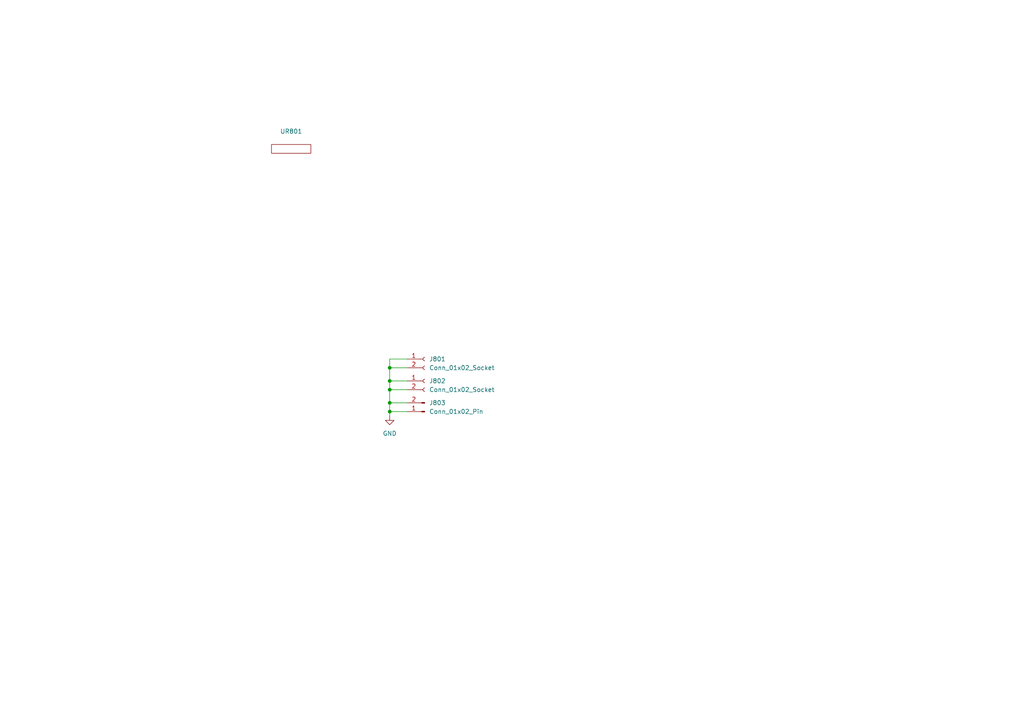
<source format=kicad_sch>
(kicad_sch (version 20231120) (generator "eeschema") (generator_version "8.0")
  (paper "A4")
  (lib_symbols
    (symbol "00_project_library:opctoprobe_relay" (in_bom no)
      (property "Reference" "UR" (at 0 0 0))
      (symbol "opctoprobe_relay_0_1"
        (rectangle (start -1.27 1.27) (end 10.16 -1.27))
      )
    )
    (symbol "Connector:Conn_01x02_Pin" (pin_names (offset 1.016) hide)
      (property "Reference" "J" (at 0 2.54 0))
      (property "Value" "Conn_01x02_Pin" (at 0 -5.08 0))
      (symbol "Conn_01x02_Pin_1_1"
        (polyline (pts (xy 1.27 -2.54) (xy 0.8636 -2.54)) (stroke (width 0.1524)))
        (polyline (pts (xy 1.27 0) (xy 0.8636 0)) (stroke (width 0.1524)))
        (rectangle (start 0.8636 -2.413) (end 0 -2.667) (stroke (width 0.1524)) (fill (type outline)))
        (rectangle (start 0.8636 0.127) (end 0 -0.127) (stroke (width 0.1524)) (fill (type outline)))
        (pin passive line (at 5.08 0 180) (length 3.81) (name "Pin_1") (number "1"))
        (pin passive line (at 5.08 -2.54 180) (length 3.81) (name "Pin_2") (number "2"))
      )
    )
    (symbol "Connector:Conn_01x02_Socket" (pin_names (offset 1.016) hide)
      (property "Reference" "J" (at 0 2.54 0))
      (property "Value" "Conn_01x02_Socket" (at 0 -5.08 0))
      (symbol "Conn_01x02_Socket_1_1"
        (arc (start 0 -2.032) (mid -0.5058 -2.54) (end 0 -3.048) (stroke (width 0.1524)))
        (polyline (pts (xy -1.27 -2.54) (xy -0.508 -2.54)) (stroke (width 0.1524)))
        (polyline (pts (xy -1.27 0) (xy -0.508 0)) (stroke (width 0.1524)))
        (arc (start 0 0.508) (mid -0.5058 0) (end 0 -0.508) (stroke (width 0.1524)))
        (pin passive line (at -5.08 0 0) (length 3.81) (name "Pin_1") (number "1"))
        (pin passive line (at -5.08 -2.54 0) (length 3.81) (name "Pin_2") (number "2"))
      )
    )
    (symbol "power:GND" (power) (pin_numbers hide) (pin_names (offset 0) hide)
      (property "Value" "GND" (at 0 -3.81 0))
      (symbol "GND_0_1"
        (polyline (pts (xy 0 0) (xy 0 -1.27) (xy 1.27 -1.27) (xy 0 -2.54) (xy -1.27 -1.27) (xy 0 -1.27)))
      )
      (symbol "GND_1_1"
        (pin power_in line (at 0 0 270) (length 0) (name "~") (number "1"))
      )
    )
  )
  (junction (at 113.03 116.84))
  (junction (at 113.03 119.38))
  (junction (at 113.03 113.03))
  (junction (at 113.03 110.49))
  (junction (at 113.03 106.68))
  (wire (pts (xy 118.11 119.38) (xy 113.03 119.38)))
  (wire (pts (xy 113.03 104.14) (xy 118.11 104.14)))
  (wire (pts (xy 113.03 106.68) (xy 113.03 104.14)))
  (wire (pts (xy 113.03 110.49) (xy 118.11 110.49)))
  (wire (pts (xy 113.03 113.03) (xy 113.03 110.49)))
  (wire (pts (xy 113.03 106.68) (xy 113.03 110.49)))
  (wire (pts (xy 113.03 116.84) (xy 113.03 119.38)))
  (wire (pts (xy 113.03 116.84) (xy 118.11 116.84)))
  (wire (pts (xy 113.03 113.03) (xy 118.11 113.03)))
  (wire (pts (xy 113.03 113.03) (xy 113.03 116.84)))
  (wire (pts (xy 113.03 120.65) (xy 113.03 119.38)))
  (wire (pts (xy 118.11 106.68) (xy 113.03 106.68)))
  (symbol (lib_id "Connector:Conn_01x02_Socket") (at 123.19 104.14 0) (unit 1)
    (property "Reference" "J801" (at 124.46 104.1399 0) (effects (justify left)))
    (property "Value" "Conn_01x02_Socket" (at 124.46 106.6799 0) (effects (justify left)))
    (property "Footprint" "Connector_PinSocket_2.54mm:PinSocket_1x02_P2.54mm_Vertical" (effects (hide yes)))
    (property "Description" "Generic connector, single row, 01x02, script generated" (effects (hide yes)))
  )
  (symbol (lib_id "power:GND") (at 113.03 120.65 0) (unit 1)
    (property "Reference" "#PWR0801" (effects (hide yes)))
    (property "Value" "GND" (at 113.03 125.73 0))
    (property "Description" "Power symbol creates a global label with name \"GND\" , ground" (effects (hide yes)))
  )
  (symbol (lib_id "00_project_library:opctoprobe_relay") (at 80.01 43.18 0) (unit 1) (in_bom no)
    (property "Reference" "UR801" (at 84.455 38.1 0))
    (property "Value" "${SHEETNAME}" (at 84.455 40.64 0))
    (property "Footprint" "00_project_library:opctoprobe_relay" (effects (hide yes)))
  )
  (symbol (lib_id "Connector:Conn_01x02_Pin") (at 123.19 119.38 180) (unit 1)
    (property "Reference" "J803" (at 124.46 116.8399 0) (effects (justify right)))
    (property "Value" "Conn_01x02_Pin" (at 124.46 119.3799 0) (effects (justify right)))
    (property "Footprint" "Connector_PinHeader_2.54mm:PinHeader_1x02_P2.54mm_Vertical" (effects (hide yes)))
    (property "Description" "Generic connector, single row, 01x02, script generated" (effects (hide yes)))
  )
  (symbol (lib_id "Connector:Conn_01x02_Socket") (at 123.19 110.49 0) (unit 1)
    (property "Reference" "J802" (at 124.46 110.4899 0) (effects (justify left)))
    (property "Value" "Conn_01x02_Socket" (at 124.46 113.0299 0) (effects (justify left)))
    (property "Footprint" "Connector_PinSocket_2.54mm:PinSocket_1x02_P2.54mm_Vertical" (effects (hide yes)))
    (property "Description" "Generic connector, single row, 01x02, script generated" (effects (hide yes)))
  )
)
</source>
